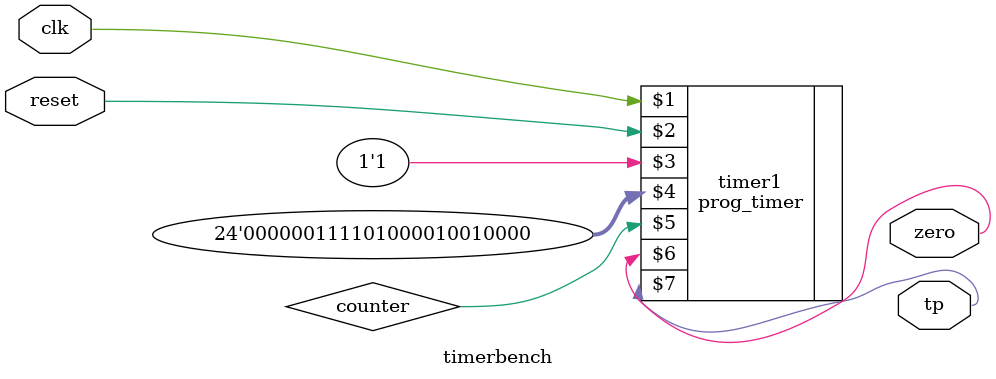
<source format=v>
`timescale 1ns / 1ps
module timerbench(zero, tp, clk, reset);
	output zero, tp;
	input clk, reset;

prog_timer timer1(clk, reset, 1'b1, 24'd250000, counter, zero, tp); 

endmodule

</source>
